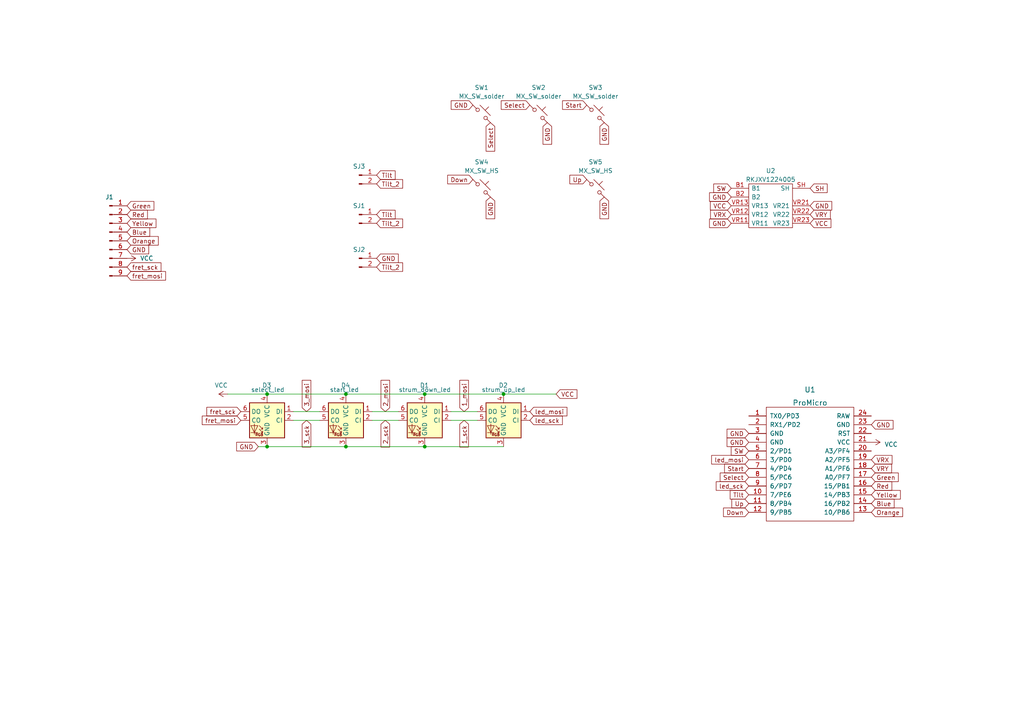
<source format=kicad_sch>
(kicad_sch (version 20230121) (generator eeschema)
  (paper "A4")
  (title_block (title "Polybar Strum Bar"))
  (lib_symbols
    (symbol "Connector:Conn_01x02_Pin" (pin_names (offset 1.016) hide)
      (property "Reference" "J" (at 0 2.54 0))
      (property "Value" "Conn_01x02_Pin" (at 0 -5.08 0))
      (symbol "Conn_01x02_Pin_1_1"
        (polyline (pts (xy 1.27 -2.54) (xy 0.8636 -2.54)) (stroke (width 0.1524)))
        (polyline (pts (xy 1.27 0) (xy 0.8636 0)) (stroke (width 0.1524)))
        (rectangle (start 0.8636 -2.413) (end 0 -2.667) (stroke (width 0.1524)) (fill (type outline)))
        (rectangle (start 0.8636 0.127) (end 0 -0.127) (stroke (width 0.1524)) (fill (type outline)))
        (pin passive line (at 5.08 0 180) (length 3.81) (name "Pin_1") (number "1"))
        (pin passive line (at 5.08 -2.54 180) (length 3.81) (name "Pin_2") (number "2"))
      )
    )
    (symbol "Connector:Conn_01x09_Pin" (pin_names (offset 1.016) hide)
      (property "Reference" "J" (at 0 12.7 0))
      (property "Value" "Conn_01x09_Pin" (at 0 -12.7 0))
      (symbol "Conn_01x09_Pin_1_1"
        (polyline (pts (xy 1.27 -10.16) (xy 0.8636 -10.16)) (stroke (width 0.1524)))
        (polyline (pts (xy 1.27 -7.62) (xy 0.8636 -7.62)) (stroke (width 0.1524)))
        (polyline (pts (xy 1.27 -5.08) (xy 0.8636 -5.08)) (stroke (width 0.1524)))
        (polyline (pts (xy 1.27 -2.54) (xy 0.8636 -2.54)) (stroke (width 0.1524)))
        (polyline (pts (xy 1.27 0) (xy 0.8636 0)) (stroke (width 0.1524)))
        (polyline (pts (xy 1.27 2.54) (xy 0.8636 2.54)) (stroke (width 0.1524)))
        (polyline (pts (xy 1.27 5.08) (xy 0.8636 5.08)) (stroke (width 0.1524)))
        (polyline (pts (xy 1.27 7.62) (xy 0.8636 7.62)) (stroke (width 0.1524)))
        (polyline (pts (xy 1.27 10.16) (xy 0.8636 10.16)) (stroke (width 0.1524)))
        (rectangle (start 0.8636 -10.033) (end 0 -10.287) (stroke (width 0.1524)) (fill (type outline)))
        (rectangle (start 0.8636 -7.493) (end 0 -7.747) (stroke (width 0.1524)) (fill (type outline)))
        (rectangle (start 0.8636 -4.953) (end 0 -5.207) (stroke (width 0.1524)) (fill (type outline)))
        (rectangle (start 0.8636 -2.413) (end 0 -2.667) (stroke (width 0.1524)) (fill (type outline)))
        (rectangle (start 0.8636 0.127) (end 0 -0.127) (stroke (width 0.1524)) (fill (type outline)))
        (rectangle (start 0.8636 2.667) (end 0 2.413) (stroke (width 0.1524)) (fill (type outline)))
        (rectangle (start 0.8636 5.207) (end 0 4.953) (stroke (width 0.1524)) (fill (type outline)))
        (rectangle (start 0.8636 7.747) (end 0 7.493) (stroke (width 0.1524)) (fill (type outline)))
        (rectangle (start 0.8636 10.287) (end 0 10.033) (stroke (width 0.1524)) (fill (type outline)))
        (pin passive line (at 5.08 10.16 180) (length 3.81) (name "Pin_1") (number "1"))
        (pin passive line (at 5.08 7.62 180) (length 3.81) (name "Pin_2") (number "2"))
        (pin passive line (at 5.08 5.08 180) (length 3.81) (name "Pin_3") (number "3"))
        (pin passive line (at 5.08 2.54 180) (length 3.81) (name "Pin_4") (number "4"))
        (pin passive line (at 5.08 0 180) (length 3.81) (name "Pin_5") (number "5"))
        (pin passive line (at 5.08 -2.54 180) (length 3.81) (name "Pin_6") (number "6"))
        (pin passive line (at 5.08 -5.08 180) (length 3.81) (name "Pin_7") (number "7"))
        (pin passive line (at 5.08 -7.62 180) (length 3.81) (name "Pin_8") (number "8"))
        (pin passive line (at 5.08 -10.16 180) (length 3.81) (name "Pin_9") (number "9"))
      )
    )
    (symbol "LED:APA102"
      (property "Reference" "D" (at 5.08 5.715 0))
      (property "Value" "APA102" (at 1.27 -5.715 0))
      (symbol "APA102_0_0"
        (text "RGB" (at 2.286 -4.191 0) (effects (font (size 0.762 0.762))))
      )
      (symbol "APA102_0_1"
        (polyline (pts (xy 1.27 -3.556) (xy 1.778 -3.556)))
        (polyline (pts (xy 1.27 -2.54) (xy 1.778 -2.54)))
        (polyline (pts (xy 4.699 -3.556) (xy 2.667 -3.556)))
        (polyline (pts (xy 2.286 -2.54) (xy 1.27 -3.556) (xy 1.27 -3.048)))
        (polyline (pts (xy 2.286 -1.524) (xy 1.27 -2.54) (xy 1.27 -2.032)))
        (polyline (pts (xy 3.683 -1.016) (xy 3.683 -3.556) (xy 3.683 -4.064)))
        (polyline (pts (xy 4.699 -1.524) (xy 2.667 -1.524) (xy 3.683 -3.556) (xy 4.699 -1.524)))
        (rectangle (start 5.08 5.08) (end -5.08 -5.08) (stroke (width 0.254)) (fill (type background)))
      )
      (symbol "APA102_1_1"
        (pin input line (at -7.62 2.54 0) (length 2.54) (name "DI") (number "1"))
        (pin input line (at -7.62 0 0) (length 2.54) (name "CI") (number "2"))
        (pin power_in line (at 0 -7.62 90) (length 2.54) (name "GND") (number "3"))
        (pin power_in line (at 0 7.62 270) (length 2.54) (name "VCC") (number "4"))
        (pin output line (at 7.62 0 180) (length 2.54) (name "CO") (number "5"))
        (pin output line (at 7.62 2.54 180) (length 2.54) (name "DO") (number "6"))
      )
    )
    (symbol "Polybar:RKJXV1224005" (pin_names (offset 0.762))
      (property "Reference" "U" (at 0 10.16 0))
      (property "Value" "RKJXV1224005" (at -6.35 7.62 0))
      (symbol "RKJXV1224005_0_0"
        (pin passive line (at -11.43 -5.08 0) (length 5.08) (name "VR11") (number "VR11"))
        (pin passive line (at -11.43 -2.54 0) (length 5.08) (name "VR12") (number "VR12"))
        (pin passive line (at -11.43 0 0) (length 5.08) (name "VR13") (number "VR13"))
        (pin passive line (at 11.43 0 180) (length 5.08) (name "VR21") (number "VR21"))
        (pin passive line (at 11.43 -2.54 180) (length 5.08) (name "VR22") (number "VR22"))
        (pin passive line (at 11.43 -5.08 180) (length 5.08) (name "VR23") (number "VR23"))
      )
      (symbol "RKJXV1224005_0_1"
        (polyline (pts (xy -6.35 6.35) (xy 6.35 6.35) (xy 6.35 -6.35) (xy -6.35 -6.35) (xy -6.35 6.35)) (stroke (width 0.1524)))
      )
      (symbol "RKJXV1224005_1_0"
        (pin passive line (at -11.43 5.08 0) (length 5.08) (name "B1") (number "B1"))
        (pin passive line (at -11.43 2.54 0) (length 5.08) (name "B2") (number "B2"))
        (pin passive line (at 11.43 5.08 180) (length 5.08) (name "SH") (number "SH"))
      )
    )
    (symbol "keebio:ProMicro" (pin_names (offset 1.016))
      (property "Reference" "U" (at 0 0 0))
      (property "Value" "ProMicro" (at 0 -19.05 0))
      (symbol "ProMicro_0_1"
        (rectangle (start -12.7 -16.51) (end 12.7 16.51))
      )
      (symbol "ProMicro_1_1"
        (pin input line (at -17.78 13.97 0) (length 5.08) (name "TX0/PD3") (number "1"))
        (pin input line (at -17.78 -8.89 0) (length 5.08) (name "7/PE6") (number "10"))
        (pin input line (at -17.78 -11.43 0) (length 5.08) (name "8/PB4") (number "11"))
        (pin input line (at -17.78 -13.97 0) (length 5.08) (name "9/PB5") (number "12"))
        (pin input line (at 17.78 -13.97 180) (length 5.08) (name "10/PB6") (number "13"))
        (pin input line (at 17.78 -11.43 180) (length 5.08) (name "16/PB2") (number "14"))
        (pin input line (at 17.78 -8.89 180) (length 5.08) (name "14/PB3") (number "15"))
        (pin input line (at 17.78 -6.35 180) (length 5.08) (name "15/PB1") (number "16"))
        (pin input line (at 17.78 -3.81 180) (length 5.08) (name "A0/PF7") (number "17"))
        (pin input line (at 17.78 -1.27 180) (length 5.08) (name "A1/PF6") (number "18"))
        (pin input line (at 17.78 1.27 180) (length 5.08) (name "A2/PF5") (number "19"))
        (pin input line (at -17.78 11.43 0) (length 5.08) (name "RX1/PD2") (number "2"))
        (pin input line (at 17.78 3.81 180) (length 5.08) (name "A3/PF4") (number "20"))
        (pin input line (at 17.78 6.35 180) (length 5.08) (name "VCC") (number "21"))
        (pin input line (at 17.78 8.89 180) (length 5.08) (name "RST") (number "22"))
        (pin input line (at 17.78 11.43 180) (length 5.08) (name "GND") (number "23"))
        (pin input line (at 17.78 13.97 180) (length 5.08) (name "RAW") (number "24"))
        (pin input line (at -17.78 8.89 0) (length 5.08) (name "GND") (number "3"))
        (pin input line (at -17.78 6.35 0) (length 5.08) (name "GND") (number "4"))
        (pin input line (at -17.78 3.81 0) (length 5.08) (name "2/PD1") (number "5"))
        (pin input line (at -17.78 1.27 0) (length 5.08) (name "3/PD0") (number "6"))
        (pin input line (at -17.78 -1.27 0) (length 5.08) (name "4/PD4") (number "7"))
        (pin input line (at -17.78 -3.81 0) (length 5.08) (name "5/PC6") (number "8"))
        (pin input line (at -17.78 -6.35 0) (length 5.08) (name "6/PD7") (number "9"))
      )
    )
    (symbol "marbastlib-mx:MX_SW_HS" (pin_numbers hide) (pin_names (offset 1.016) hide)
      (property "Reference" "SW" (at 3.048 1.016 0))
      (property "Value" "MX_SW_HS" (at 0 -3.81 0))
      (symbol "MX_SW_HS_0_1"
        (circle (center -1.1684 1.1684) (radius 0.508))
        (polyline (pts (xy -0.508 2.54) (xy 2.54 -0.508)))
        (polyline (pts (xy 1.016 1.016) (xy 2.032 2.032)))
        (polyline (pts (xy -2.54 2.54) (xy -1.524 1.524) (xy -1.524 1.524)))
        (polyline (pts (xy 1.524 -1.524) (xy 2.54 -2.54) (xy 2.54 -2.54) (xy 2.54 -2.54)))
        (circle (center 1.143 -1.1938) (radius 0.508))
        (pin passive line (at -2.54 2.54 0) (length 0) (name "1") (number "1"))
        (pin passive line (at 2.54 -2.54 180) (length 0) (name "2") (number "2"))
      )
    )
    (symbol "marbastlib-mx:MX_SW_solder" (pin_numbers hide) (pin_names (offset 1.016) hide)
      (property "Reference" "SW" (at 3.048 1.016 0))
      (property "Value" "MX_SW_solder" (at 0 -3.81 0))
      (symbol "MX_SW_solder_0_1"
        (circle (center -1.1684 1.1684) (radius 0.508))
        (polyline (pts (xy -0.508 2.54) (xy 2.54 -0.508)))
        (polyline (pts (xy 1.016 1.016) (xy 2.032 2.032)))
        (polyline (pts (xy -2.54 2.54) (xy -1.524 1.524) (xy -1.524 1.524)))
        (polyline (pts (xy 1.524 -1.524) (xy 2.54 -2.54) (xy 2.54 -2.54) (xy 2.54 -2.54)))
        (circle (center 1.143 -1.1938) (radius 0.508))
        (pin passive line (at -2.54 2.54 0) (length 0) (name "1") (number "1"))
        (pin passive line (at 2.54 -2.54 180) (length 0) (name "2") (number "2"))
      )
    )
    (symbol "power:VCC" (power) (pin_names (offset 0))
      (property "Value" "VCC" (at 0 3.81 0))
      (symbol "VCC_0_1"
        (polyline (pts (xy -0.762 1.27) (xy 0 2.54)))
        (polyline (pts (xy 0 0) (xy 0 2.54)))
        (polyline (pts (xy 0 2.54) (xy 0.762 1.27)))
      )
      (symbol "VCC_1_1"
        (pin power_in line (at 0 0 90) (length 0) hide (name "VCC") (number "1"))
      )
    )
  )
  (junction (at 100.33 129.54))
  (junction (at 146.05 114.3))
  (junction (at 77.47 114.3))
  (junction (at 123.19 114.3))
  (junction (at 77.47 129.54))
  (junction (at 100.33 114.3))
  (junction (at 123.19 129.54))
  (wire (pts (xy 100.33 129.54) (xy 123.19 129.54)))
  (wire (pts (xy 77.47 129.54) (xy 100.33 129.54)))
  (wire (pts (xy 85.09 119.38) (xy 92.71 119.38)))
  (wire (pts (xy 85.09 121.92) (xy 92.71 121.92)))
  (wire (pts (xy 107.95 121.92) (xy 115.57 121.92)))
  (wire (pts (xy 74.93 129.54) (xy 77.47 129.54)))
  (wire (pts (xy 130.81 121.92) (xy 138.43 121.92)))
  (wire (pts (xy 66.04 114.3) (xy 77.47 114.3)))
  (wire (pts (xy 77.47 114.3) (xy 100.33 114.3)))
  (wire (pts (xy 123.19 114.3) (xy 146.05 114.3)))
  (wire (pts (xy 100.33 114.3) (xy 123.19 114.3)))
  (wire (pts (xy 107.95 119.38) (xy 115.57 119.38)))
  (wire (pts (xy 123.19 129.54) (xy 146.05 129.54)))
  (wire (pts (xy 130.81 119.38) (xy 138.43 119.38)))
  (wire (pts (xy 146.05 114.3) (xy 161.29 114.3)))
  (global_label "GND" (shape input) (at 109.22 74.93 0) (property "Intersheetrefs" "${INTERSHEET_REFS}" (effects hide)))
  (global_label "Orange" (shape input) (at 252.73 148.59 0) (property "Intersheetrefs" "${INTERSHEET_REFS}" (effects hide)))
  (global_label "GND" (shape input) (at 175.26 57.15 270) (property "Intersheetrefs" "${INTERSHEET_REFS}" (effects hide)))
  (global_label "GND" (shape input) (at 217.17 128.27 180) (property "Intersheetrefs" "${INTERSHEET_REFS}" (effects hide)))
  (global_label "1_mosi" (shape input) (at 134.62 119.38 90) (property "Intersheetrefs" "${INTERSHEET_REFS}" (effects hide)))
  (global_label "SW" (shape input) (at 212.09 54.61 180) (property "Intersheetrefs" "${INTERSHEET_REFS}" (effects hide)))
  (global_label "SW" (shape input) (at 217.17 130.81 180) (property "Intersheetrefs" "${INTERSHEET_REFS}" (effects hide)))
  (global_label "GND" (shape input) (at 217.17 125.73 180) (property "Intersheetrefs" "${INTERSHEET_REFS}" (effects hide)))
  (global_label "Orange" (shape input) (at 36.83 69.85 0) (property "Intersheetrefs" "${INTERSHEET_REFS}" (effects hide)))
  (global_label "Yellow" (shape input) (at 36.83 64.77 0) (property "Intersheetrefs" "${INTERSHEET_REFS}" (effects hide)))
  (global_label "GND" (shape input) (at 158.75 35.56 270) (property "Intersheetrefs" "${INTERSHEET_REFS}" (effects hide)))
  (global_label "fret_mosi" (shape input) (at 69.85 121.92 180) (property "Intersheetrefs" "${INTERSHEET_REFS}" (effects hide)))
  (global_label "Select" (shape input) (at 153.67 30.48 180) (property "Intersheetrefs" "${INTERSHEET_REFS}" (effects hide)))
  (global_label "SH" (shape input) (at 234.95 54.61 0) (property "Intersheetrefs" "${INTERSHEET_REFS}" (effects hide)))
  (global_label "Red" (shape input) (at 36.83 62.23 0) (property "Intersheetrefs" "${INTERSHEET_REFS}" (effects hide)))
  (global_label "3_sck" (shape input) (at 88.9 121.92 270) (property "Intersheetrefs" "${INTERSHEET_REFS}" (effects hide)))
  (global_label "VRX" (shape input) (at 252.73 133.35 0) (property "Intersheetrefs" "${INTERSHEET_REFS}" (effects hide)))
  (global_label "Up" (shape input) (at 170.18 52.07 180) (property "Intersheetrefs" "${INTERSHEET_REFS}" (effects hide)))
  (global_label "Tilt" (shape input) (at 109.22 50.8 0) (property "Intersheetrefs" "${INTERSHEET_REFS}" (effects hide)))
  (global_label "VRX" (shape input) (at 212.09 62.23 180) (property "Intersheetrefs" "${INTERSHEET_REFS}" (effects hide)))
  (global_label "led_sck" (shape input) (at 217.17 140.97 180) (property "Intersheetrefs" "${INTERSHEET_REFS}" (effects hide)))
  (global_label "2_sck" (shape input) (at 111.76 121.92 270) (property "Intersheetrefs" "${INTERSHEET_REFS}" (effects hide)))
  (global_label "Blue" (shape input) (at 36.83 67.31 0) (property "Intersheetrefs" "${INTERSHEET_REFS}" (effects hide)))
  (global_label "GND" (shape input) (at 212.09 64.77 180) (property "Intersheetrefs" "${INTERSHEET_REFS}" (effects hide)))
  (global_label "3_mosi" (shape input) (at 88.9 119.38 90) (property "Intersheetrefs" "${INTERSHEET_REFS}" (effects hide)))
  (global_label "led_mosi" (shape input) (at 153.67 119.38 0) (property "Intersheetrefs" "${INTERSHEET_REFS}" (effects hide)))
  (global_label "VCC" (shape input) (at 234.95 64.77 0) (property "Intersheetrefs" "${INTERSHEET_REFS}" (effects hide)))
  (global_label "GND" (shape input) (at 212.09 57.15 180) (property "Intersheetrefs" "${INTERSHEET_REFS}" (effects hide)))
  (global_label "GND" (shape input) (at 234.95 59.69 0) (property "Intersheetrefs" "${INTERSHEET_REFS}" (effects hide)))
  (global_label "Start" (shape input) (at 170.18 30.48 180) (property "Intersheetrefs" "${INTERSHEET_REFS}" (effects hide)))
  (global_label "VCC" (shape input) (at 212.09 59.69 180) (property "Intersheetrefs" "${INTERSHEET_REFS}" (effects hide)))
  (global_label "GND" (shape input) (at 142.24 57.15 270) (property "Intersheetrefs" "${INTERSHEET_REFS}" (effects hide)))
  (global_label "Select" (shape input) (at 217.17 138.43 180) (property "Intersheetrefs" "${INTERSHEET_REFS}" (effects hide)))
  (global_label "GND" (shape input) (at 252.73 123.19 0) (property "Intersheetrefs" "${INTERSHEET_REFS}" (effects hide)))
  (global_label "Start" (shape input) (at 217.17 135.89 180) (property "Intersheetrefs" "${INTERSHEET_REFS}" (effects hide)))
  (global_label "Select" (shape input) (at 142.24 35.56 270) (property "Intersheetrefs" "${INTERSHEET_REFS}" (effects hide)))
  (global_label "Blue" (shape input) (at 252.73 146.05 0) (property "Intersheetrefs" "${INTERSHEET_REFS}" (effects hide)))
  (global_label "Red" (shape input) (at 252.73 140.97 0) (property "Intersheetrefs" "${INTERSHEET_REFS}" (effects hide)))
  (global_label "fret_sck" (shape input) (at 36.83 77.47 0) (property "Intersheetrefs" "${INTERSHEET_REFS}" (effects hide)))
  (global_label "2_mosi" (shape input) (at 111.76 119.38 90) (property "Intersheetrefs" "${INTERSHEET_REFS}" (effects hide)))
  (global_label "led_mosi" (shape input) (at 217.17 133.35 180) (property "Intersheetrefs" "${INTERSHEET_REFS}" (effects hide)))
  (global_label "Green" (shape input) (at 252.73 138.43 0) (property "Intersheetrefs" "${INTERSHEET_REFS}" (effects hide)))
  (global_label "Up" (shape input) (at 217.17 146.05 180) (property "Intersheetrefs" "${INTERSHEET_REFS}" (effects hide)))
  (global_label "GND" (shape input) (at 74.93 129.54 180) (property "Intersheetrefs" "${INTERSHEET_REFS}" (effects hide)))
  (global_label "Yellow" (shape input) (at 252.73 143.51 0) (property "Intersheetrefs" "${INTERSHEET_REFS}" (effects hide)))
  (global_label "GND" (shape input) (at 175.26 35.56 270) (property "Intersheetrefs" "${INTERSHEET_REFS}" (effects hide)))
  (global_label "Tilt" (shape input) (at 109.22 62.23 0) (property "Intersheetrefs" "${INTERSHEET_REFS}" (effects hide)))
  (global_label "VRY" (shape input) (at 234.95 62.23 0) (property "Intersheetrefs" "${INTERSHEET_REFS}" (effects hide)))
  (global_label "Tilt" (shape input) (at 217.17 143.51 180) (property "Intersheetrefs" "${INTERSHEET_REFS}" (effects hide)))
  (global_label "Down" (shape input) (at 217.17 148.59 180) (property "Intersheetrefs" "${INTERSHEET_REFS}" (effects hide)))
  (global_label "Green" (shape input) (at 36.83 59.69 0) (property "Intersheetrefs" "${INTERSHEET_REFS}" (effects hide)))
  (global_label "VRY" (shape input) (at 252.73 135.89 0) (property "Intersheetrefs" "${INTERSHEET_REFS}" (effects hide)))
  (global_label "GND" (shape input) (at 36.83 72.39 0) (property "Intersheetrefs" "${INTERSHEET_REFS}" (effects hide)))
  (global_label "VCC" (shape input) (at 161.29 114.3 0) (property "Intersheetrefs" "${INTERSHEET_REFS}" (effects hide)))
  (global_label "fret_mosi" (shape input) (at 36.83 80.01 0) (property "Intersheetrefs" "${INTERSHEET_REFS}" (effects hide)))
  (global_label "Tilt_2" (shape input) (at 109.22 77.47 0) (property "Intersheetrefs" "${INTERSHEET_REFS}" (effects hide)))
  (global_label "Down" (shape input) (at 137.16 52.07 180) (property "Intersheetrefs" "${INTERSHEET_REFS}" (effects hide)))
  (global_label "fret_sck" (shape input) (at 69.85 119.38 180) (property "Intersheetrefs" "${INTERSHEET_REFS}" (effects hide)))
  (global_label "led_sck" (shape input) (at 153.67 121.92 0) (property "Intersheetrefs" "${INTERSHEET_REFS}" (effects hide)))
  (global_label "1_sck" (shape input) (at 134.62 121.92 270) (property "Intersheetrefs" "${INTERSHEET_REFS}" (effects hide)))
  (global_label "GND" (shape input) (at 137.16 30.48 180) (property "Intersheetrefs" "${INTERSHEET_REFS}" (effects hide)))
  (global_label "Tilt_2" (shape input) (at 109.22 64.77 0) (property "Intersheetrefs" "${INTERSHEET_REFS}" (effects hide)))
  (global_label "Tilt_2" (shape input) (at 109.22 53.34 0) (property "Intersheetrefs" "${INTERSHEET_REFS}" (effects hide)))
  (symbol (lib_id "marbastlib-mx:MX_SW_solder") (at 156.21 33.02 0) (unit 1)
    (property "Reference" "SW2" (at 156.21 25.4 0))
    (property "Value" "MX_SW_solder" (at 156.21 27.94 0))
    (property "Footprint" "Button_Switch_SMD:SW_SPST_PTS645" (effects hide))
  )
  (symbol (lib_id "keebio:ProMicro") (at 234.95 134.62 0) (unit 1)
    (property "Reference" "U1" (at 234.95 113.03 0) (effects (font (size 1.524 1.524))))
    (property "Value" "ProMicro" (at 234.95 116.84 0) (effects (font (size 1.524 1.524))))
    (property "Footprint" "Polybar:KB2040-ProMicroPins" (effects hide))
  )
  (symbol (lib_id "Polybar:RKJXV1224005") (at 223.52 59.69 0) (unit 1)
    (property "Reference" "U2" (at 223.52 49.53 0))
    (property "Value" "RKJXV1224005" (at 223.52 52.07 0))
    (property "Footprint" "RKJXV1224005" (effects hide))
    (property "Datasheet" "https://www.mouser.ca/datasheet/2/15/RKJXK-1370937.pdf" (effects hide))
    (property "Description" "Multi-Directional Switches Stick Controller" (effects hide))
    (property "Height" "18.95" (effects hide))
    (property "Manufacturer_Name" "ALPS Electric" (effects hide))
    (property "Manufacturer_Part_Number" "RKJXV1224005" (effects hide))
    (property "Mouser Part Number" "688-RKJXV1224005" (effects hide))
    (property "Mouser Price/Stock" "https://www.mouser.co.uk/ProductDetail/Alps-Alpine/RKJXV1224005?qs=RiQAlOPxzzAqLSX9lUzx8Q%3D%3D" (effects hide))
  )
  (symbol (lib_id "marbastlib-mx:MX_SW_HS") (at 139.7 54.61 0) (unit 1)
    (property "Reference" "SW4" (at 139.7 46.99 0))
    (property "Value" "MX_SW_HS" (at 139.7 49.53 0))
    (property "Footprint" "Polybar:Kailh_Hotswap_MX" (effects hide))
  )
  (symbol (lib_id "Connector:Conn_01x09_Pin") (at 31.75 69.85 0) (unit 1)
    (property "Reference" "J1" (at 31.75 57.15 0))
    (property "Value" "Conn_01x09_Pin" (effects hide))
    (property "Footprint" "Connector_PinHeader_2.54mm:PinHeader_1x09_P2.54mm_Vertical" (effects hide))
  )
  (symbol (lib_id "marbastlib-mx:MX_SW_solder") (at 172.72 33.02 0) (unit 1)
    (property "Reference" "SW3" (at 172.72 25.4 0))
    (property "Value" "MX_SW_solder" (at 172.72 27.94 0))
    (property "Footprint" "Button_Switch_SMD:SW_SPST_PTS645" (effects hide))
  )
  (symbol (lib_id "LED:APA102") (at 123.19 121.92 0) (mirror y) (unit 1)
    (property "Reference" "D1" (at 124.46 111.76 0) (effects (justify left)))
    (property "Value" "strum_down_led" (at 130.81 113.03 0) (effects (justify left)))
    (property "Footprint" "LED_SMD:LED_RGB_5050-6" (effects hide))
    (property "Datasheet" "http://www.led-color.com/upload/201506/APA102%20LED.pdf" (effects hide))
  )
  (symbol (lib_id "power:VCC") (at 66.04 114.3 90) (unit 1)
    (property "Reference" "#PWR03" (effects hide))
    (property "Value" "VCC" (at 62.23 111.76 90) (effects (justify right)))
  )
  (symbol (lib_id "Connector:Conn_01x02_Pin") (at 104.14 74.93 0) (unit 1)
    (property "Reference" "SJ2" (at 104.14 72.39 0))
    (property "Value" "Conn_01x02_Pin" (effects hide))
    (property "Footprint" "Connector_PinHeader_2.54mm:PinHeader_1x02_P2.54mm_Vertical" (effects hide))
  )
  (symbol (lib_id "Connector:Conn_01x02_Pin") (at 104.14 62.23 0) (unit 1)
    (property "Reference" "SJ1" (at 104.14 59.69 0))
    (property "Value" "Conn_01x02_Pin" (effects hide))
    (property "Footprint" "Polybar:Solder_Jumper" (effects hide))
  )
  (symbol (lib_id "LED:APA102") (at 146.05 121.92 0) (mirror y) (unit 1)
    (property "Reference" "D2" (at 147.32 111.76 0) (effects (justify left)))
    (property "Value" "strum_up_led" (at 152.4 113.03 0) (effects (justify left)))
    (property "Footprint" "LED_SMD:LED_RGB_5050-6" (effects hide))
    (property "Datasheet" "http://www.led-color.com/upload/201506/APA102%20LED.pdf" (effects hide))
  )
  (symbol (lib_id "power:VCC") (at 252.73 128.27 270) (unit 1)
    (property "Reference" "#PWR01" (effects hide))
    (property "Value" "VCC" (at 256.54 128.905 90) (effects (justify left)))
  )
  (symbol (lib_id "marbastlib-mx:MX_SW_HS") (at 172.72 54.61 0) (unit 1)
    (property "Reference" "SW5" (at 172.72 46.99 0))
    (property "Value" "MX_SW_HS" (at 172.72 49.53 0))
    (property "Footprint" "Polybar:Kailh_Hotswap_MX" (effects hide))
  )
  (symbol (lib_id "Connector:Conn_01x02_Pin") (at 104.14 50.8 0) (unit 1)
    (property "Reference" "SJ3" (at 104.14 48.26 0))
    (property "Value" "Conn_01x02_Pin" (effects hide))
    (property "Footprint" "Connector_PinHeader_2.54mm:PinHeader_1x02_P2.54mm_Vertical" (effects hide))
  )
  (symbol (lib_id "LED:APA102") (at 100.33 121.92 0) (mirror y) (unit 1)
    (property "Reference" "D4" (at 101.6 111.76 0) (effects (justify left)))
    (property "Value" "start_led" (at 104.14 113.03 0) (effects (justify left)))
    (property "Footprint" "LED_SMD:LED_RGB_5050-6" (effects hide))
    (property "Datasheet" "http://www.led-color.com/upload/201506/APA102%20LED.pdf" (effects hide))
  )
  (symbol (lib_id "power:VCC") (at 36.83 74.93 270) (unit 1)
    (property "Reference" "#PWR04" (effects hide))
    (property "Value" "VCC" (at 40.64 74.93 90) (effects (justify left)))
  )
  (symbol (lib_id "LED:APA102") (at 77.47 121.92 0) (mirror y) (unit 1)
    (property "Reference" "D3" (at 78.74 111.76 0) (effects (justify left)))
    (property "Value" "select_led" (at 82.55 113.03 0) (effects (justify left)))
    (property "Footprint" "LED_SMD:LED_RGB_5050-6" (effects hide))
    (property "Datasheet" "http://www.led-color.com/upload/201506/APA102%20LED.pdf" (effects hide))
  )
  (symbol (lib_id "marbastlib-mx:MX_SW_solder") (at 139.7 33.02 0) (unit 1)
    (property "Reference" "SW1" (at 139.7 25.4 0))
    (property "Value" "MX_SW_solder" (at 139.7 27.94 0))
    (property "Footprint" "Button_Switch_SMD:SW_SPST_PTS645" (effects hide))
  )
)
</source>
